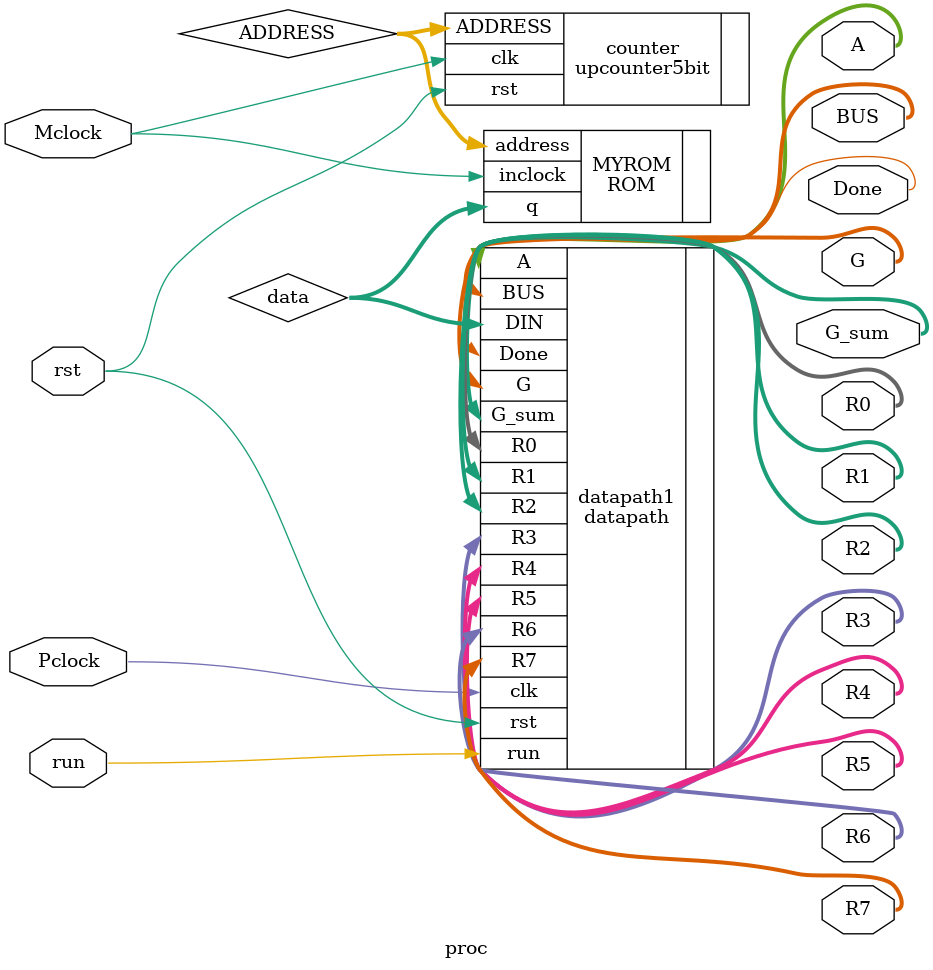
<source format=sv>
module proc (
	input logic Mclock,Pclock,rst,run,
	output logic Done,
	output logic [8:0] R0,	R1,	R2,	R3,	R4,	R5,	R6,	R7,	BUS, G_sum, A, G);
	
	logic [4:0] ADDRESS;
	logic [8:0] data;
	
upcounter5bit counter (
								.clk(Mclock),
								.rst(rst),
								.ADDRESS(ADDRESS));

ROM MYROM (
				.address(ADDRESS),
				.inclock(Mclock),
				.q(data));
								
datapath datapath1 (
							.clk(Pclock),
							.rst(rst),
							.run(run),
							.DIN(data),
							.Done(Done),
							.R0(R0),	
							.R1(R1),	
							.R2(R2),
							.R3(R3),
							.R4(R4),
							.R5(R5),
							.R6(R6),
							.R7(R7),
							.BUS(BUS),
							.G_sum(G_sum),
							.A(A),
							.G(G));
				
endmodule 
</source>
